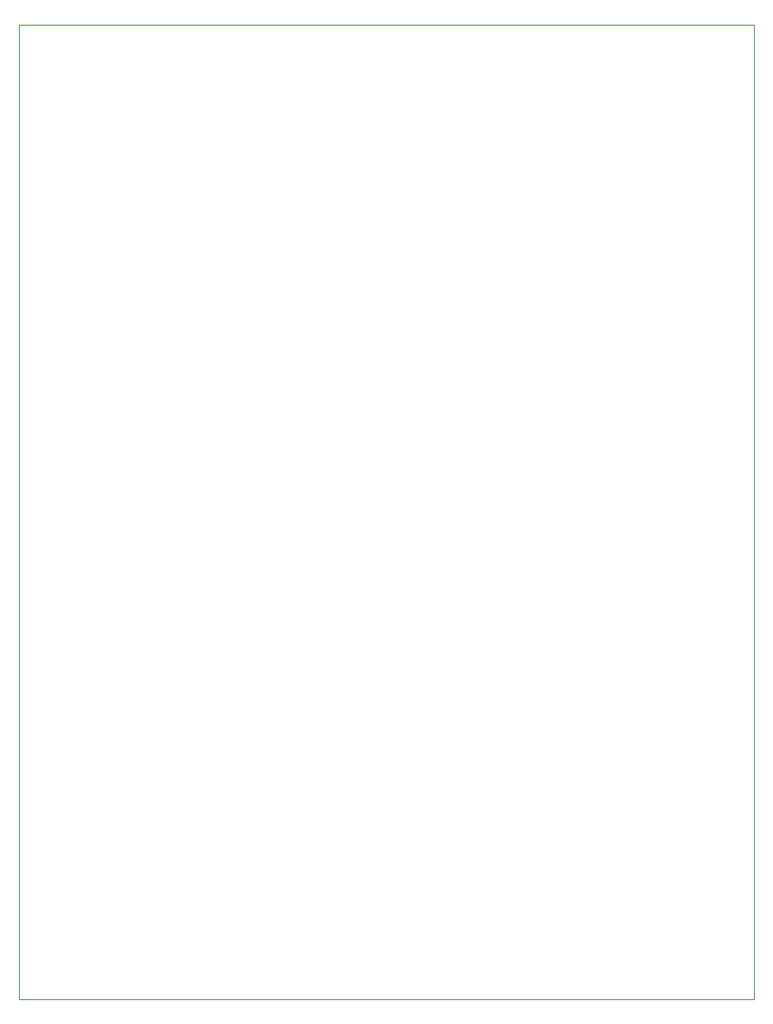
<source format=gbr>
%TF.GenerationSoftware,KiCad,Pcbnew,8.0.2*%
%TF.CreationDate,2024-06-07T17:43:05+02:00*%
%TF.ProjectId,interruptus,696e7465-7272-4757-9074-75732e6b6963,rev?*%
%TF.SameCoordinates,Original*%
%TF.FileFunction,Profile,NP*%
%FSLAX46Y46*%
G04 Gerber Fmt 4.6, Leading zero omitted, Abs format (unit mm)*
G04 Created by KiCad (PCBNEW 8.0.2) date 2024-06-07 17:43:05*
%MOMM*%
%LPD*%
G01*
G04 APERTURE LIST*
%TA.AperFunction,Profile*%
%ADD10C,0.050000*%
%TD*%
G04 APERTURE END LIST*
D10*
X74000000Y-44000000D02*
X149500000Y-44000000D01*
X149500000Y-144000000D01*
X74000000Y-144000000D01*
X74000000Y-44000000D01*
M02*

</source>
